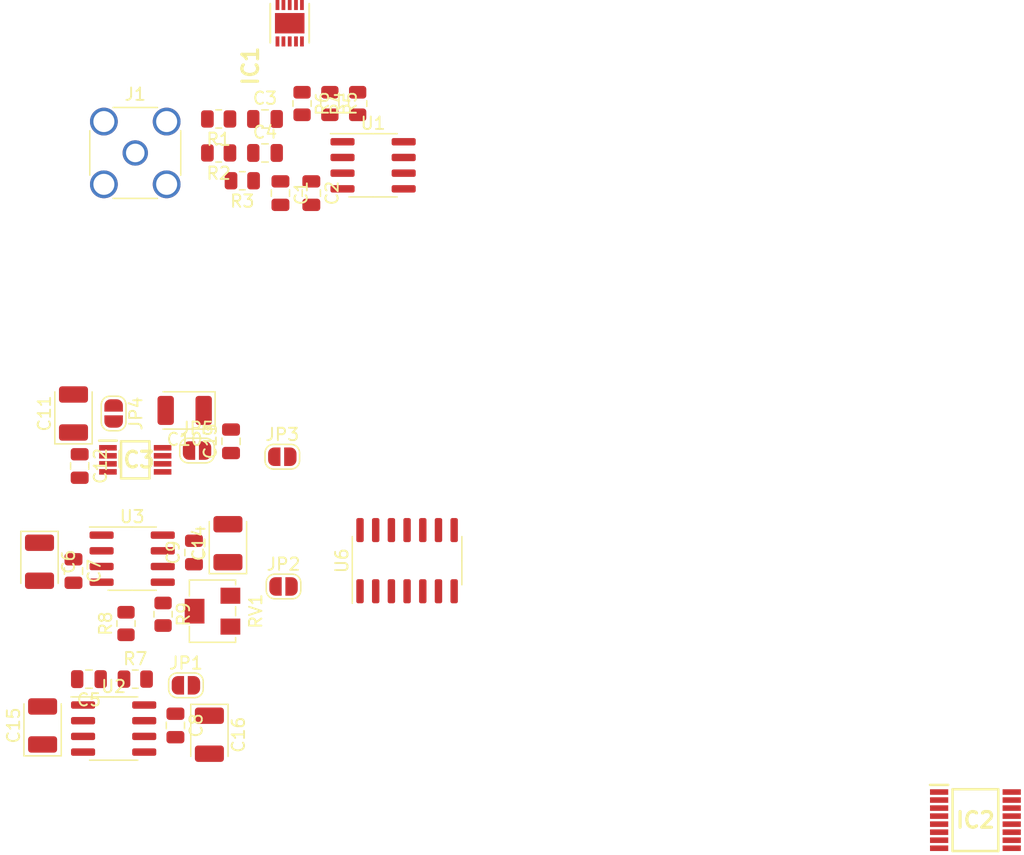
<source format=kicad_pcb>
(kicad_pcb (version 20211014) (generator pcbnew)
  (layers (0 "F.Cu" signal) (31 "B.Cu" signal) (34 "B.Paste" user) (35 "F.Paste" user) (36 "B.SilkS" user "B.Silkscreen") (37 "F.SilkS" user "F.Silkscreen") (38 "B.Mask" user) (39 "F.Mask" user) (44 "Edge.Cuts" user))
  (net 0 "")
  (net 1 "Net-(C1-Pad1)")
  (net 2 "GNDA")
  (net 3 "Net-(C3-Pad1)")
  (net 4 "Net-(C3-Pad2)")
  (net 5 "+5VA")
  (net 12 "Net-(J1-Pad1)")
  (net 13 "Net-(R4-Pad1)")
  (net 14 "Net-(R5-Pad1)")
  (net 20 "Net-(C8-Pad1)")
  (net 21 "Vref")
  (net 38 "Net-(R8-Pad1)")
  (net 39 "Net-(R9-Pad1)")
  (net 40 "Net-(R9-Pad2)")
  (net 53 "Net-(C9-Pad1)")
  (net 54 "Net-(IC3-Pad7)")
  (net 55 "Net-(IC3-Pad1)")
  (net 56 "Net-(C10-Pad1)")
  (footprint "Resistor_SMD:R_0805_2012Metric" (layer "F.Cu") (at 176.5 106.5 90)
    (fp_text reference "R4" (at 0 -1.65 90) (layer "F.SilkS"))
    (fp_text value "1k")
    (fp_line (start -0.227064 0.735) (end 0.227064 0.735) (layer "F.SilkS") (width 0.12))
    (fp_line (start -0.227064 -0.735) (end 0.227064 -0.735) (layer "F.SilkS") (width 0.12))
    (pad "1" smd roundrect (at -0.9125 0 90) (size 1.025 1.4) (layers "F.Cu" "F.Paste" "F.Mask") (roundrect_rratio 0.243902) (net 13 "Net-(R4-Pad1)"))
    (pad "2" smd roundrect (at 0.9125 0 90) (size 1.025 1.4) (layers "F.Cu" "F.Paste" "F.Mask") (roundrect_rratio 0.243902) (net 2 "GNDA"))
  )
  (footprint "Package_SO:SOIC-14_3.9x8.7mm_P1.27mm" (layer "F.Cu") (at 180.5 143.5 90)
    (fp_text reference "U6" (at 0 -5.28 90) (layer "F.SilkS"))
    (fp_text value "MAX5719xSD")
    (fp_line (start 0 4.435) (end -1.95 4.435) (layer "F.SilkS") (width 0.12))
    (fp_line (start 0 -4.435) (end -3.45 -4.435) (layer "F.SilkS") (width 0.12))
    (fp_line (start 0 -4.435) (end 1.95 -4.435) (layer "F.SilkS") (width 0.12))
    (fp_line (start 0 4.435) (end 1.95 4.435) (layer "F.SilkS") (width 0.12))
    (pad "1" smd roundrect (at -2.475 -3.81 90) (size 1.95 0.6) (layers "F.Cu" "F.Paste" "F.Mask"))
    (pad "2" smd roundrect (at -2.475 -2.54 90) (size 1.95 0.6) (layers "F.Cu" "F.Paste" "F.Mask"))
    (pad "3" smd roundrect (at -2.475 -1.27 90) (size 1.95 0.6) (layers "F.Cu" "F.Paste" "F.Mask") (net 2 "GNDA"))
    (pad "4" smd roundrect (at -2.475 0 90) (size 1.95 0.6) (layers "F.Cu" "F.Paste" "F.Mask") (net 2 "GNDA"))
    (pad "5" smd roundrect (at -2.475 1.27 90) (size 1.95 0.6) (layers "F.Cu" "F.Paste" "F.Mask") (net 21 "Vref"))
    (pad "6" smd roundrect (at -2.475 2.54 90) (size 1.95 0.6) (layers "F.Cu" "F.Paste" "F.Mask") (net 21 "Vref"))
    (pad "7" smd roundrect (at -2.475 3.81 90) (size 1.95 0.6) (layers "F.Cu" "F.Paste" "F.Mask"))
    (pad "8" smd roundrect (at 2.475 3.81 90) (size 1.95 0.6) (layers "F.Cu" "F.Paste" "F.Mask"))
    (pad "9" smd roundrect (at 2.475 2.54 90) (size 1.95 0.6) (layers "F.Cu" "F.Paste" "F.Mask"))
    (pad "10" smd roundrect (at 2.475 1.27 90) (size 1.95 0.6) (layers "F.Cu" "F.Paste" "F.Mask"))
    (pad "11" smd roundrect (at 2.475 0 90) (size 1.95 0.6) (layers "F.Cu" "F.Paste" "F.Mask"))
    (pad "12" smd roundrect (at 2.475 -1.27 90) (size 1.95 0.6) (layers "F.Cu" "F.Paste" "F.Mask") (net 2 "GNDA"))
    (pad "13" smd roundrect (at 2.475 -2.54 90) (size 1.95 0.6) (layers "F.Cu" "F.Paste" "F.Mask"))
    (pad "14" smd roundrect (at 2.475 -3.81 90) (size 1.95 0.6) (layers "F.Cu" "F.Paste" "F.Mask") (net 5 "+5VA"))
  )
  (footprint "Resistor_SMD:R_0805_2012Metric" (layer "F.Cu") (at 160.75 147.8375 -90)
    (fp_text reference "R9" (at 0 -1.65 90) (layer "F.SilkS"))
    (fp_text value "10k")
    (fp_line (start -0.227064 -0.735) (end 0.227064 -0.735) (layer "F.SilkS") (width 0.12))
    (fp_line (start -0.227064 0.735) (end 0.227064 0.735) (layer "F.SilkS") (width 0.12))
    (pad "1" smd roundrect (at -0.9125 0 270) (size 1.025 1.4) (layers "F.Cu" "F.Paste" "F.Mask") (roundrect_rratio 0.243902) (net 39 "Net-(R9-Pad1)"))
    (pad "2" smd roundrect (at 0.9125 0 270) (size 1.025 1.4) (layers "F.Cu" "F.Paste" "F.Mask") (roundrect_rratio 0.243902) (net 40 "Net-(R9-Pad2)"))
  )
  (footprint "Capacitor_Tantalum_SMD:CP_EIA-3528-12_Kemet-T" (layer "F.Cu") (at 153.5 131.5875 90)
    (fp_text reference "C11" (at 0 -2.35 90) (layer "F.SilkS"))
    (fp_text value "C_Polarized")
    (fp_line (start -2.46 1.51) (end 1.75 1.51) (layer "F.SilkS") (width 0.12))
    (fp_line (start 1.75 -1.51) (end -2.46 -1.51) (layer "F.SilkS") (width 0.12))
    (fp_line (start -2.46 -1.51) (end -2.46 1.51) (layer "F.SilkS") (width 0.12))
    (pad "1" smd roundrect (at -1.5375 0 90) (size 1.325 2.35) (layers "F.Cu" "F.Paste" "F.Mask") (roundrect_rratio 0.188679) (net 5 "+5VA"))
    (pad "2" smd roundrect (at 1.5375 0 90) (size 1.325 2.35) (layers "F.Cu" "F.Paste" "F.Mask") (roundrect_rratio 0.188679) (net 2 "GNDA"))
  )
  (footprint "Capacitor_SMD:C_0805_2012Metric" (layer "F.Cu") (at 170.25 113.75 -90)
    (fp_text reference "C1" (at 0 -1.68 90) (layer "F.SilkS"))
    (fp_text value "1n")
    (fp_line (start -0.261252 0.735) (end 0.261252 0.735) (layer "F.SilkS") (width 0.12))
    (fp_line (start -0.261252 -0.735) (end 0.261252 -0.735) (layer "F.SilkS") (width 0.12))
    (pad "1" smd roundrect (at -0.95 0 270) (size 1 1.45) (layers "F.Cu" "F.Paste" "F.Mask") (net 1 "Net-(C1-Pad1)"))
    (pad "2" smd roundrect (at 0.95 0 270) (size 1 1.45) (layers "F.Cu" "F.Paste" "F.Mask") (net 2 "GNDA"))
  )
  (footprint "Capacitor_SMD:C_0805_2012Metric" (layer "F.Cu") (at 154 135.8375 -90)
    (fp_text reference "C12" (at 0 -1.68 90) (layer "F.SilkS"))
    (fp_text value "0.1u")
    (fp_line (start -0.261252 -0.735) (end 0.261252 -0.735) (layer "F.SilkS") (width 0.12))
    (fp_line (start -0.261252 0.735) (end 0.261252 0.735) (layer "F.SilkS") (width 0.12))
    (pad "1" smd roundrect (at -0.95 0 270) (size 1 1.45) (layers "F.Cu" "F.Paste" "F.Mask") (net 5 "+5VA"))
    (pad "2" smd roundrect (at 0.95 0 270) (size 1 1.45) (layers "F.Cu" "F.Paste" "F.Mask") (net 2 "GNDA"))
  )
  (footprint "Capacitor_SMD:C_0805_2012Metric" (layer "F.Cu") (at 169 107.75)
    (fp_text reference "C3" (at 0 -1.68) (layer "F.SilkS"))
    (fp_text value "330p")
    (fp_line (start -0.261252 0.735) (end 0.261252 0.735) (layer "F.SilkS") (width 0.12))
    (fp_line (start -0.261252 -0.735) (end 0.261252 -0.735) (layer "F.SilkS") (width 0.12))
    (pad "1" smd roundrect (at -0.95 0) (size 1 1.45) (layers "F.Cu" "F.Paste" "F.Mask") (net 3 "Net-(C3-Pad1)"))
    (pad "2" smd roundrect (at 0.95 0) (size 1 1.45) (layers "F.Cu" "F.Paste" "F.Mask") (net 4 "Net-(C3-Pad2)"))
  )
  (footprint "Capacitor_SMD:C_0805_2012Metric" (layer "F.Cu") (at 163.25 142.8375 90)
    (fp_text reference "C9" (at 0 -1.68 90) (layer "F.SilkS"))
    (fp_text value "0.1u")
    (fp_line (start -0.261252 -0.735) (end 0.261252 -0.735) (layer "F.SilkS") (width 0.12))
    (fp_line (start -0.261252 0.735) (end 0.261252 0.735) (layer "F.SilkS") (width 0.12))
    (pad "1" smd roundrect (at -0.95 0 90) (size 1 1.45) (layers "F.Cu" "F.Paste" "F.Mask") (net 53 "Net-(C9-Pad1)"))
    (pad "2" smd roundrect (at 0.95 0 90) (size 1 1.45) (layers "F.Cu" "F.Paste" "F.Mask") (net 2 "GNDA"))
  )
  (footprint "Capacitor_SMD:C_0805_2012Metric" (layer "F.Cu") (at 166.25 133.8375 90)
    (fp_text reference "C13" (at 0 -1.68 90) (layer "F.SilkS"))
    (fp_text value "0.1u")
    (fp_line (start -0.261252 -0.735) (end 0.261252 -0.735) (layer "F.SilkS") (width 0.12))
    (fp_line (start -0.261252 0.735) (end 0.261252 0.735) (layer "F.SilkS") (width 0.12))
    (pad "1" smd roundrect (at -0.95 0 90) (size 1 1.45) (layers "F.Cu" "F.Paste" "F.Mask") (net 56 "Net-(C10-Pad1)"))
    (pad "2" smd roundrect (at 0.95 0 90) (size 1 1.45) (layers "F.Cu" "F.Paste" "F.Mask") (net 2 "GNDA"))
  )
  (footprint "Package_SO:SOIC-8_3.9x4.9mm_P1.27mm" (layer "F.Cu") (at 158.25 143.3375)
    (fp_text reference "U3" (at 0 -3.4) (layer "F.SilkS"))
    (fp_text value "ADR421ARZ")
    (fp_line (start 0 -2.56) (end 1.95 -2.56) (layer "F.SilkS") (width 0.12))
    (fp_line (start 0 2.56) (end -1.95 2.56) (layer "F.SilkS") (width 0.12))
    (fp_line (start 0 2.56) (end 1.95 2.56) (layer "F.SilkS") (width 0.12))
    (fp_line (start 0 -2.56) (end -3.45 -2.56) (layer "F.SilkS") (width 0.12))
    (pad "1" smd roundrect (at -2.475 -1.905) (size 1.95 0.6) (layers "F.Cu" "F.Paste" "F.Mask"))
    (pad "2" smd roundrect (at -2.475 -0.635) (size 1.95 0.6) (layers "F.Cu" "F.Paste" "F.Mask") (net 5 "+5VA"))
    (pad "3" smd roundrect (at -2.475 0.635) (size 1.95 0.6) (layers "F.Cu" "F.Paste" "F.Mask"))
    (pad "4" smd roundrect (at -2.475 1.905) (size 1.95 0.6) (layers "F.Cu" "F.Paste" "F.Mask") (net 2 "GNDA"))
    (pad "5" smd roundrect (at 2.475 1.905) (size 1.95 0.6) (layers "F.Cu" "F.Paste" "F.Mask") (net 39 "Net-(R9-Pad1)"))
    (pad "6" smd roundrect (at 2.475 0.635) (size 1.95 0.6) (layers "F.Cu" "F.Paste" "F.Mask") (net 53 "Net-(C9-Pad1)"))
    (pad "7" smd roundrect (at 2.475 -0.635) (size 1.95 0.6) (layers "F.Cu" "F.Paste" "F.Mask"))
    (pad "8" smd roundrect (at 2.475 -1.905) (size 1.95 0.6) (layers "F.Cu" "F.Paste" "F.Mask"))
  )
  (footprint "Resistor_SMD:R_0805_2012Metric" (layer "F.Cu") (at 165.25 110.5 180)
    (fp_text reference "R2" (at 0 -1.65) (layer "F.SilkS"))
    (fp_text value "1k")
    (fp_line (start -0.227064 -0.735) (end 0.227064 -0.735) (layer "F.SilkS") (width 0.12))
    (fp_line (start -0.227064 0.735) (end 0.227064 0.735) (layer "F.SilkS") (width 0.12))
    (pad "1" smd roundrect (at -0.9125 0 180) (size 1.025 1.4) (layers "F.Cu" "F.Paste" "F.Mask") (roundrect_rratio 0.243902) (net 3 "Net-(C3-Pad1)"))
    (pad "2" smd roundrect (at 0.9125 0 180) (size 1.025 1.4) (layers "F.Cu" "F.Paste" "F.Mask") (roundrect_rratio 0.243902) (net 12 "Net-(J1-Pad1)"))
  )
  (footprint "Capacitor_SMD:C_0805_2012Metric" (layer "F.Cu") (at 153.5 144.3375 -90)
    (fp_text reference "C7" (at 0 -1.68 90) (layer "F.SilkS"))
    (fp_text value "0.1u")
    (fp_line (start -0.261252 0.735) (end 0.261252 0.735) (layer "F.SilkS") (width 0.12))
    (fp_line (start -0.261252 -0.735) (end 0.261252 -0.735) (layer "F.SilkS") (width 0.12))
    (pad "1" smd roundrect (at -0.95 0 270) (size 1 1.45) (layers "F.Cu" "F.Paste" "F.Mask") (net 5 "+5VA"))
    (pad "2" smd roundrect (at 0.95 0 270) (size 1 1.45) (layers "F.Cu" "F.Paste" "F.Mask") (net 2 "GNDA"))
  )
  (footprint "Connector_Coaxial:SMA_Amphenol_132134_Vertical" (layer "F.Cu") (at 158.5 110.5)
    (fp_text reference "J1" (at 0 -4.75) (layer "F.SilkS"))
    (fp_text value "Conn_Coaxial")
    (fp_line (start -3.68 -1.8) (end -3.68 1.8) (layer "F.SilkS") (width 0.12))
    (fp_line (start -1.8 3.68) (end 1.8 3.68) (layer "F.SilkS") (width 0.12))
    (fp_line (start -1.8 -3.68) (end 1.8 -3.68) (layer "F.SilkS") (width 0.12))
    (fp_line (start 3.68 -1.8) (end 3.68 1.8) (layer "F.SilkS") (width 0.12))
    (pad "1" thru_hole circle (at 0 0) (size 2.05 2.05) (drill 1.5) (layers *.Cu *.Mask) (net 12 "Net-(J1-Pad1)"))
    (pad "2" thru_hole circle (at -2.54 -2.54) (size 2.25 2.25) (drill 1.7) (layers *.Cu *.Mask) (net 2 "GNDA"))
    (pad "2" thru_hole circle (at 2.54 2.54) (size 2.25 2.25) (drill 1.7) (layers *.Cu *.Mask) (net 2 "GNDA"))
    (pad "2" thru_hole circle (at -2.54 2.54) (size 2.25 2.25) (drill 1.7) (layers *.Cu *.Mask) (net 2 "GNDA"))
    (pad "2" thru_hole circle (at 2.54 -2.54) (size 2.25 2.25) (drill 1.7) (layers *.Cu *.Mask) (net 2 "GNDA"))
  )
  (footprint "Jumper:SolderJumper-2_P1.3mm_Open_RoundedPad1.0x1.5mm" (layer "F.Cu") (at 163.5 134.5875)
    (fp_text reference "JP5" (at 0 -1.8) (layer "F.SilkS"))
    (fp_text value "sjp")
    (fp_line (start -0.7 -1) (end 0.7 -1) (layer "F.SilkS") (width 0.12))
    (fp_line (start 1.4 -0.3) (end 1.4 0.3) (layer "F.SilkS") (width 0.12))
    (fp_line (start 0.7 1) (end -0.7 1) (layer "F.SilkS") (width 0.12))
    (fp_line (start -1.4 0.3) (end -1.4 -0.3) (layer "F.SilkS") (width 0.12))
    (fp_arc (start 1.4 0.3) (mid 1.194975 0.794975) (end 0.7 1) (layer "F.SilkS") (width 0.12))
    (fp_arc (start -0.7 1) (mid -1.194975 0.794975) (end -1.4 0.3) (layer "F.SilkS") (width 0.12))
    (fp_arc (start 0.7 -1) (mid 1.194975 -0.794975) (end 1.4 -0.3) (layer "F.SilkS") (width 0.12))
    (fp_arc (start -1.4 -0.3) (mid -1.194975 -0.794975) (end -0.7 -1) (layer "F.SilkS") (width 0.12))
    (pad "1" smd custom (at -0.65 0) (size 1 0.5) (layers "F.Cu" "F.Mask") (net 54 "Net-(IC3-Pad7)") (options (clearance outline) (anchor rect)) (primitives (gr_circle (center 0 0.25) (end 0.5 0.25) (width 0) (fill yes)) (gr_circle (center 0 -0.25) (end 0.5 -0.25) (width 0) (fill yes)) (gr_poly (pts (xy 0.5 0.75) (xy 0 0.75) (xy 0 -0.75) (xy 0.5 -0.75)) (width 0) (fill yes))))
    (pad "2" smd custom (at 0.65 0) (size 1 0.5) (layers "F.Cu" "F.Mask") (net 56 "Net-(C10-Pad1)") (options (clearance outline) (anchor rect)) (primitives (gr_circle (center 0 0.25) (end 0.5 0.25) (width 0) (fill yes)) (gr_circle (center 0 -0.25) (end 0.5 -0.25) (width 0) (fill yes)) (gr_poly (pts (xy 0 0.75) (xy -0.5 0.75) (xy -0.5 -0.75) (xy 0 -0.75)) (width 0) (fill yes))))
  )
  (footprint "SamacSys_Parts:SOP65P490X110-8N" (layer "F.Cu") (at 158.5 135.3375)
    (fp_text reference "IC3" (at 0 0) (layer "F.SilkS") (effects (font (size 1.27 1.27) (thickness 0.254))))
    (fp_text value "LTC6655BHMS8-4.096#PBF" hide)
    (fp_line (start -2.925 -1.55) (end -1.5 -1.55) (layer "F.SilkS") (width 0.2))
    (fp_line (start -1.15 1.5) (end -1.15 -1.5) (layer "F.SilkS") (width 0.2))
    (fp_line (start 1.15 -1.5) (end 1.15 1.5) (layer "F.SilkS") (width 0.2))
    (fp_line (start 1.15 1.5) (end -1.15 1.5) (layer "F.SilkS") (width 0.2))
    (fp_line (start -1.15 -1.5) (end 1.15 -1.5) (layer "F.SilkS") (width 0.2))
    (pad "1" smd rect locked (at -2.212 -0.975 90) (size 0.45 1.425) (layers "F.Cu" "F.Paste" "F.Mask") (net 55 "Net-(IC3-Pad1)"))
    (pad "2" smd rect locked (at -2.212 -0.325 90) (size 0.45 1.425) (layers "F.Cu" "F.Paste" "F.Mask") (net 5 "+5VA"))
    (pad "3" smd rect locked (at -2.212 0.325 90) (size 0.45 1.425) (layers "F.Cu" "F.Paste" "F.Mask") (net 2 "GNDA"))
    (pad "4" smd rect locked (at -2.212 0.975 90) (size 0.45 1.425) (layers "F.Cu" "F.Paste" "F.Mask") (net 2 "GNDA"))
    (pad "5" smd rect locked (at 2.212 0.975 90) (size 0.45 1.425) (layers "F.Cu" "F.Paste" "F.Mask") (net 2 "GNDA"))
    (pad "6" smd rect locked (at 2.212 0.325 90) (size 0.45 1.425) (layers "F.Cu" "F.Paste" "F.Mask") (net 56 "Net-(C10-Pad1)"))
    (pad "7" smd rect locked (at 2.212 -0.325 90) (size 0.45 1.425) (layers "F.Cu" "F.Paste" "F.Mask") (net 54 "Net-(IC3-Pad7)"))
    (pad "8" smd rect locked (at 2.212 -0.975 90) (size 0.45 1.425) (layers "F.Cu" "F.Paste" "F.Mask") (net 2 "GNDA"))
  )
  (footprint "Package_SO:SOIC-8_3.9x4.9mm_P1.27mm" (layer "F.Cu") (at 156.75 157.0875)
    (fp_text reference "U2" (at 0 -3.4) (layer "F.SilkS"))
    (fp_text value "LM285D-2.5")
    (fp_line (start 0 -2.56) (end 1.95 -2.56) (layer "F.SilkS") (width 0.12))
    (fp_line (start 0 -2.56) (end -3.45 -2.56) (layer "F.SilkS") (width 0.12))
    (fp_line (start 0 2.56) (end 1.95 2.56) (layer "F.SilkS") (width 0.12))
    (fp_line (start 0 2.56) (end -1.95 2.56) (layer "F.SilkS") (width 0.12))
    (pad "1" smd roundrect (at -2.475 -1.905) (size 1.95 0.6) (layers "F.Cu" "F.Paste" "F.Mask"))
    (pad "2" smd roundrect (at -2.475 -0.635) (size 1.95 0.6) (layers "F.Cu" "F.Paste" "F.Mask"))
    (pad "3" smd roundrect (at -2.475 0.635) (size 1.95 0.6) (layers "F.Cu" "F.Paste" "F.Mask"))
    (pad "4" smd roundrect (at -2.475 1.905) (size 1.95 0.6) (layers "F.Cu" "F.Paste" "F.Mask") (net 2 "GNDA"))
    (pad "5" smd roundrect (at 2.475 1.905) (size 1.95 0.6) (layers "F.Cu" "F.Paste" "F.Mask"))
    (pad "6" smd roundrect (at 2.475 0.635) (size 1.95 0.6) (layers "F.Cu" "F.Paste" "F.Mask"))
    (pad "7" smd roundrect (at 2.475 -0.635) (size 1.95 0.6) (layers "F.Cu" "F.Paste" "F.Mask"))
    (pad "8" smd roundrect (at 2.475 -1.905) (size 1.95 0.6) (layers "F.Cu" "F.Paste" "F.Mask") (net 20 "Net-(C8-Pad1)"))
  )
  (footprint "SamacSys_Parts:SOP65P640X120-16N" (layer "F.Cu") (at 226.5 164.5)
    (fp_text reference "IC2" (at 0 0) (layer "F.SilkS") (effects (font (size 1.27 1.27) (thickness 0.254))))
    (fp_text value "AD5542ABRUZ" hide)
    (fp_line (start 1.85 2.5) (end -1.85 2.5) (layer "F.SilkS") (width 0.2))
    (fp_line (start -1.85 -2.5) (end 1.85 -2.5) (layer "F.SilkS") (width 0.2))
    (fp_line (start 1.85 -2.5) (end 1.85 2.5) (layer "F.SilkS") (width 0.2))
    (fp_line (start -1.85 2.5) (end -1.85 -2.5) (layer "F.SilkS") (width 0.2))
    (fp_line (start -3.675 -2.85) (end -2.2 -2.85) (layer "F.SilkS") (width 0.2))
    (pad "1" smd rect locked (at -2.938 -2.275 90) (size 0.45 1.475) (layers "F.Cu" "F.Paste" "F.Mask"))
    (pad "2" smd rect locked (at -2.938 -1.625 90) (size 0.45 1.475) (layers "F.Cu" "F.Paste" "F.Mask"))
    (pad "3" smd rect locked (at -2.938 -0.975 90) (size 0.45 1.475) (layers "F.Cu" "F.Paste" "F.Mask"))
    (pad "4" smd rect locked (at -2.938 -0.325 90) (size 0.45 1.475) (layers "F.Cu" "F.Paste" "F.Mask"))
    (pad "5" smd rect locked (at -2.938 0.325 90) (size 0.45 1.475) (layers "F.Cu" "F.Paste" "F.Mask"))
    (pad "6" smd rect locked (at -2.938 0.975 90) (size 0.45 1.475) (layers "F.Cu" "F.Paste" "F.Mask"))
    (pad "7" smd rect locked (at -2.938 1.625 90) (size 0.45 1.475) (layers "F.Cu" "F.Paste" "F.Mask"))
    (pad "8" smd rect locked (at -2.938 2.275 90) (size 0.45 1.475) (layers "F.Cu" "F.Paste" "F.Mask"))
    (pad "9" smd rect locked (at 2.938 2.275 90) (size 0.45 1.475) (layers "F.Cu" "F.Paste" "F.Mask"))
    (pad "10" smd rect locked (at 2.938 1.625 90) (size 0.45 1.475) (layers "F.Cu" "F.Paste" "F.Mask"))
    (pad "11" smd rect locked (at 2.938 0.975 90) (size 0.45 1.475) (layers "F.Cu" "F.Paste" "F.Mask"))
    (pad "12" smd rect locked (at 2.938 0.325 90) (size 0.45 1.475) (layers "F.Cu" "F.Paste" "F.Mask"))
    (pad "13" smd rect locked (at 2.938 -0.325 90) (size 0.45 1.475) (layers "F.Cu" "F.Paste" "F.Mask"))
    (pad "14" smd rect locked (at 2.938 -0.975 90) (size 0.45 1.475) (layers "F.Cu" "F.Paste" "F.Mask"))
    (pad "15" smd rect locked (at 2.938 -1.625 90) (size 0.45 1.475) (layers "F.Cu" "F.Paste" "F.Mask"))
    (pad "16" smd rect locked (at 2.938 -2.275 90) (size 0.45 1.475) (layers "F.Cu" "F.Paste" "F.Mask"))
  )
  (footprint "Package_SO:SOIC-8_3.9x4.9mm_P1.27mm" (layer "F.Cu") (at 177.75 111.5)
    (fp_text reference "U1" (at 0 -3.4) (layer "F.SilkS"))
    (fp_text value "NE5532")
    (fp_line (start 0 -2.56) (end -3.45 -2.56) (layer "F.SilkS") (width 0.12))
    (fp_line (start 0 2.56) (end 1.95 2.56) (layer "F.SilkS") (width 0.12))
    (fp_line (start 0 2.56) (end -1.95 2.56) (layer "F.SilkS") (width 0.12))
    (fp_line (start 0 -2.56) (end 1.95 -2.56) (layer "F.SilkS") (width 0.12))
    (pad "1" smd roundrect (at -2.475 -1.905) (size 1.95 0.6) (layers "F.Cu" "F.Paste" "F.Mask") (net 4 "Net-(C3-Pad2)"))
    (pad "2" smd roundrect (at -2.475 -0.635) (size 1.95 0.6) (layers "F.Cu" "F.Paste" "F.Mask") (net 13 "Net-(R4-Pad1)"))
    (pad "3" smd roundrect (at -2.475 0.635) (size 1.95 0.6) (layers "F.Cu" "F.Paste" "F.Mask") (net 1 "Net-(C1-Pad1)"))
    (pad "4" smd roundrect (at -2.475 1.905) (size 1.95 0.6) (layers "F.Cu" "F.Paste" "F.Mask"))
    (pad "5" smd roundrect (at 2.475 1.905) (size 1.95 0.6) (layers "F.Cu" "F.Paste" "F.Mask"))
    (pad "6" smd roundrect (at 2.475 0.635) (size 1.95 0.6) (layers "F.Cu" "F.Paste" "F.Mask"))
    (pad "7" smd roundrect (at 2.475 -0.635) (size 1.95 0.6) (layers "F.Cu" "F.Paste" "F.Mask"))
    (pad "8" smd roundrect (at 2.475 -1.905) (size 1.95 0.6) (layers "F.Cu" "F.Paste" "F.Mask"))
  )
  (footprint "Capacitor_Tantalum_SMD:CP_EIA-3528-12_Kemet-T" (layer "F.Cu") (at 150.75 143.5875 -90)
    (fp_text reference "C6" (at 0 -2.35 90) (layer "F.SilkS"))
    (fp_text value "C_Polarized")
    (fp_line (start 1.75 -1.51) (end -2.46 -1.51) (layer "F.SilkS") (width 0.12))
    (fp_line (start -2.46 1.51) (end 1.75 1.51) (layer "F.SilkS") (width 0.12))
    (fp_line (start -2.46 -1.51) (end -2.46 1.51) (layer "F.SilkS") (width 0.12))
    (pad "1" smd roundrect (at -1.5375 0 270) (size 1.325 2.35) (layers "F.Cu" "F.Paste" "F.Mask") (roundrect_rratio 0.188679) (net 5 "+5VA"))
    (pad "2" smd roundrect (at 1.5375 0 270) (size 1.325 2.35) (layers "F.Cu" "F.Paste" "F.Mask") (roundrect_rratio 0.188679) (net 2 "GNDA"))
  )
  (footprint "Resistor_SMD:R_0805_2012Metric" (layer "F.Cu") (at 157.75 148.5875 90)
    (fp_text reference "R8" (at 0 -1.65 90) (layer "F.SilkS"))
    (fp_text value "10k")
    (fp_line (start -0.227064 0.735) (end 0.227064 0.735) (layer "F.SilkS") (width 0.12))
    (fp_line (start -0.227064 -0.735) (end 0.227064 -0.735) (layer "F.SilkS") (width 0.12))
    (pad "1" smd roundrect (at -0.9125 0 90) (size 1.025 1.4) (layers "F.Cu" "F.Paste" "F.Mask") (roundrect_rratio 0.243902) (net 38 "Net-(R8-Pad1)"))
    (pad "2" smd roundrect (at 0.9125 0 90) (size 1.025 1.4) (layers "F.Cu" "F.Paste" "F.Mask") (roundrect_rratio 0.243902) (net 2 "GNDA"))
  )
  (footprint "Resistor_SMD:R_0805_2012Metric" (layer "F.Cu") (at 165.25 107.75 180)
    (fp_text reference "R1" (at 0 -1.65) (layer "F.SilkS"))
    (fp_text value "1k")
    (fp_line (start -0.227064 0.735) (end 0.227064 0.735) (layer "F.SilkS") (width 0.12))
    (fp_line (start -0.227064 -0.735) (end 0.227064 -0.735) (layer "F.SilkS") (width 0.12))
    (pad "1" smd roundrect (at -0.9125 0 180) (size 1.025 1.4) (layers "F.Cu" "F.Paste" "F.Mask") (roundrect_rratio 0.243902) (net 3 "Net-(C3-Pad1)"))
    (pad "2" smd roundrect (at 0.9125 0 180) (size 1.025 1.4) (layers "F.Cu" "F.Paste" "F.Mask") (roundrect_rratio 0.243902) (net 21 "Vref"))
  )
  (footprint "Capacitor_Tantalum_SMD:CP_EIA-3528-12_Kemet-T" (layer "F.Cu") (at 151 156.8375 90)
    (fp_text reference "C15" (at 0 -2.35 90) (layer "F.SilkS"))
    (fp_text value "C_Polarized")
    (fp_line (start -2.46 -1.51) (end -2.46 1.51) (layer "F.SilkS") (width 0.12))
    (fp_line (start 1.75 -1.51) (end -2.46 -1.51) (layer "F.SilkS") (width 0.12))
    (fp_line (start -2.46 1.51) (end 1.75 1.51) (layer "F.SilkS") (width 0.12))
    (pad "1" smd roundrect (at -1.5375 0 90) (size 1.325 2.35) (layers "F.Cu" "F.Paste" "F.Mask") (roundrect_rratio 0.188679) (net 5 "+5VA"))
    (pad "2" smd roundrect (at 1.5375 0 90) (size 1.325 2.35) (layers "F.Cu" "F.Paste" "F.Mask") (roundrect_rratio 0.188679) (net 2 "GNDA"))
  )
  (footprint "Resistor_SMD:R_0805_2012Metric" (layer "F.Cu") (at 167.1625 112.75 180)
    (fp_text reference "R3" (at 0 -1.65) (layer "F.SilkS"))
    (fp_text value "2.2k")
    (fp_line (start -0.227064 0.735) (end 0.227064 0.735) (layer "F.SilkS") (width 0.12))
    (fp_line (start -0.227064 -0.735) (end 0.227064 -0.735) (layer "F.SilkS") (width 0.12))
    (pad "1" smd roundrect (at -0.9125 0 180) (size 1.025 1.4) (layers "F.Cu" "F.Paste" "F.Mask") (roundrect_rratio 0.243902) (net 1 "Net-(C1-Pad1)"))
    (pad "2" smd roundrect (at 0.9125 0 180) (size 1.025 1.4) (layers "F.Cu" "F.Paste" "F.Mask") (roundrect_rratio 0.243902) (net 3 "Net-(C3-Pad1)"))
  )
  (footprint "Capacitor_Tantalum_SMD:CP_EIA-3528-12_Kemet-T" (layer "F.Cu") (at 166 142.0875 90)
    (fp_text reference "C14" (at 0 -2.35 90) (layer "F.SilkS"))
    (fp_text value "C_Polarized")
    (fp_line (start 1.75 -1.51) (end -2.46 -1.51) (layer "F.SilkS") (width 0.12))
    (fp_line (start -2.46 1.51) (end 1.75 1.51) (layer "F.SilkS") (width 0.12))
    (fp_line (start -2.46 -1.51) (end -2.46 1.51) (layer "F.SilkS") (width 0.12))
    (pad "1" smd roundrect (at -1.5375 0 90) (size 1.325 2.35) (layers "F.Cu" "F.Paste" "F.Mask") (roundrect_rratio 0.188679) (net 53 "Net-(C9-Pad1)"))
    (pad "2" smd roundrect (at 1.5375 0 90) (size 1.325 2.35) (layers "F.Cu" "F.Paste" "F.Mask") (roundrect_rratio 0.188679) (net 2 "GNDA"))
  )
  (footprint "Jumper:SolderJumper-2_P1.3mm_Open_RoundedPad1.0x1.5mm" (layer "F.Cu") (at 162.6 153.5875)
    (fp_text reference "JP1" (at 0 -1.8) (layer "F.SilkS"))
    (fp_text value "sjp")
    (fp_line (start 1.4 -0.3) (end 1.4 0.3) (layer "F.SilkS") (width 0.12))
    (fp_line (start -1.4 0.3) (end -1.4 -0.3) (layer "F.SilkS") (width 0.12))
    (fp_line (start -0.7 -1) (end 0.7 -1) (layer "F.SilkS") (width 0.12))
    (fp_line (start 0.7 1) (end -0.7 1) (layer "F.SilkS") (width 0.12))
    (fp_arc (start -1.4 -0.3) (mid -1.194975 -0.794975) (end -0.7 -1) (layer "F.SilkS") (width 0.12))
    (fp_arc (start 0.7 -1) (mid 1.194975 -0.794975) (end 1.4 -0.3) (layer "F.SilkS") (width 0.12))
    (fp_arc (start 1.4 0.3) (mid 1.194975 0.794975) (end 0.7 1) (layer "F.SilkS") (width 0.12))
    (fp_arc (start -0.7 1) (mid -1.194975 0.794975) (end -1.4 0.3) (layer "F.SilkS") (width 0.12))
    (pad "1" smd custom (at -0.65 0) (size 1 0.5) (layers "F.Cu" "F.Mask") (net 20 "Net-(C8-Pad1)") (options (clearance outline) (anchor rect)) (primitives (gr_circle (center 0 0.25) (end 0.5 0.25) (width 0) (fill yes)) (gr_circle (center 0 -0.25) (end 0.5 -0.25) (width 0) (fill yes)) (gr_poly (pts (xy 0.5 0.75) (xy 0 0.75) (xy 0 -0.75) (xy 0.5 -0.75)) (width 0) (fill yes))))
    (pad "2" smd custom (at 0.65 0) (size 1 0.5) (layers "F.Cu" "F.Mask") (net 21 "Vref") (options (clearance outline) (anchor rect)) (primitives (gr_circle (center 0 0.25) (end 0.5 0.25) (width 0) (fill yes)) (gr_circle (center 0 -0.25) (end 0.5 -0.25) (width 0) (fill yes)) (gr_poly (pts (xy 0 0.75) (xy -0.5 0.75) (xy -0.5 -0.75) (xy 0 -0.75)) (width 0) (fill yes))))
  )
  (footprint "Capacitor_SMD:C_0805_2012Metric" (layer "F.Cu") (at 161.75 156.8375 -90)
    (fp_text reference "C8" (at 0 -1.68 90) (layer "F.SilkS"))
    (fp_text value "0.1u")
    (fp_line (start -0.261252 -0.735) (end 0.261252 -0.735) (layer "F.SilkS") (width 0.12))
    (fp_line (start -0.261252 0.735) (end 0.261252 0.735) (layer "F.SilkS") (width 0.12))
    (pad "1" smd roundrect (at -0.95 0 270) (size 1 1.45) (layers "F.Cu" "F.Paste" "F.Mask") (net 20 "Net-(C8-Pad1)"))
    (pad "2" smd roundrect (at 0.95 0 270) (size 1 1.45) (layers "F.Cu" "F.Paste" "F.Mask") (net 2 "GNDA"))
  )
  (footprint "SamacSys_Parts:SON50P300X300X100-11N" (layer "F.Cu") (at 171 100 90)
    (fp_text reference "IC1" (at -3.4544 -3.175 90) (layer "F.SilkS") (effects (font (size 1.27 1.27) (thickness 0.254))))
    (fp_text value "ADS8319IDRCT" hide)
    (fp_line (start -1.5748 1.5748) (end 1.5748 1.5748) (layer "F.SilkS") (width 0.1524))
    (fp_line (start 1.5748 -1.5748) (end -1.5748 -1.5748) (layer "F.SilkS") (width 0.1524))
    (pad "1" smd rect locked (at -1.4732 -0.9906 180) (size 0.3048 0.8128) (layers "F.Cu" "F.Paste" "F.Mask") (net 21 "Vref"))
    (pad "2" smd rect locked (at -1.4732 -0.508 180) (size 0.3048 0.8128) (layers "F.Cu" "F.Paste" "F.Mask") (net 5 "+5VA"))
    (pad "3" smd rect locked (at -1.4732 0 180) (size 0.3048 0.8128) (layers "F.Cu" "F.Paste" "F.Mask") (net 4 "Net-(C3-Pad2)"))
    (pad "4" smd rect locked (at -1.4732 0.508 180) (size 0.3048 0.8128) (layers "F.Cu" "F.Paste" "F.Mask") (net 2 "GNDA"))
    (pad "5" smd rect locked (at -1.4732 0.9906 180) (size 0.3048 0.8128) (layers "F.Cu" "F.Paste" "F.Mask") (net 2 "GNDA"))
    (pad "6" smd rect locked (at 1.4732 0.9906 180) (size 0.3048 0.8128) (layers "F.Cu" "F.Paste" "F.Mask"))
    (pad "7" smd rect locked (at 1.4732 0.508 180) (size 0.3048 0.8128) (layers "F.Cu" "F.Paste" "F.Mask"))
    (pad "8" smd rect locked (at 1.4732 0 180) (size 0.3048 0.8128) (layers "F.Cu" "F.Paste" "F.Mask"))
    (pad "9" smd rect locked (at 1.4732 -0.508 180) (size 0.3048 0.8128) (layers "F.Cu" "F.Paste" "F.Mask"))
    (pad "10" smd rect locked (at 1.4732 -0.9906 180) (size 0.3048 0.8128) (layers "F.Cu" "F.Paste" "F.Mask"))
    (pad "11" smd rect locked (at 0 0 90) (size 1.651 2.3876) (layers "F.Cu" "F.Paste" "F.Mask"))
  )
  (footprint "Resistor_SMD:R_0805_2012Metric" (layer "F.Cu") (at 172 106.5 -90)
    (fp_text reference "R6" (at 0 -1.65 90) (layer "F.SilkS"))
    (fp_text value "1k")
    (fp_line (start -0.227064 0.735) (end 0.227064 0.735) (layer "F.SilkS") (width 0.12))
    (fp_line (start -0.227064 -0.735) (end 0.227064 -0.735) (layer "F.SilkS") (width 0.12))
    (pad "1" smd roundrect (at -0.9125 0 270) (size 1.025 1.4) (layers "F.Cu" "F.Paste" "F.Mask") (roundrect_rratio 0.243902) (net 14 "Net-(R5-Pad1)"))
    (pad "2" smd roundrect (at 0.9125 0 270) (size 1.025 1.4) (layers "F.Cu" "F.Paste" "F.Mask") (roundrect_rratio 0.243902) (net 4 "Net-(C3-Pad2)"))
  )
  (footprint "Potentiometer_SMD:Potentiometer_Bourns_3224W_Vertical" (layer "F.Cu") (at 164.75 147.5875 -90)
    (fp_text reference "RV1" (at 0 -3.5 90) (layer "F.SilkS"))
    (fp_text value "dnp")
    (fp_line (start -2.52 -1.87) (end -2.14 -1.87) (layer "F.SilkS") (width 0.12))
    (fp_line (start 2.14 -1.87) (end 2.52 -1.87) (layer "F.SilkS") (width 0.12))
    (fp_line (start -0.36 -1.87) (end 0.36 -1.87) (layer "F.SilkS") (width 0.12))
    (fp_line (start 2.52 -1.87) (end 2.52 1.87) (layer "F.SilkS") (width 0.12))
    (fp_line (start -2.52 -1.87) (end -2.52 1.87) (layer "F.SilkS") (width 0.12))
    (fp_line (start 1.24 1.87) (end 2.52 1.87) (layer "F.SilkS") (width 0.12))
    (fp_line (start -2.52 1.87) (end -1.24 1.87) (layer "F.SilkS") (width 0.12))
    (pad "1" smd rect (at 1.25 -1.45 270) (size 1.3 1.6) (layers "F.Cu" "F.Paste" "F.Mask") (net 38 "Net-(R8-Pad1)"))
    (pad "2" smd rect (at 0 1.45 270) (size 2 1.6) (layers "F.Cu" "F.Paste" "F.Mask") (net 40 "Net-(R9-Pad2)"))
    (pad "3" smd rect (at -1.25 -1.45 270) (size 1.3 1.6) (layers "F.Cu" "F.Paste" "F.Mask") (net 53 "Net-(C9-Pad1)"))
  )
  (footprint "Capacitor_SMD:C_0805_2012Metric" (layer "F.Cu") (at 172.75 113.75 -90)
    (fp_text reference "C2" (at 0 -1.68 90) (layer "F.SilkS"))
    (fp_text value "330p")
    (fp_line (start -0.261252 -0.735) (end 0.261252 -0.735) (layer "F.SilkS") (width 0.12))
    (fp_line (start -0.261252 0.735) (end 0.261252 0.735) (layer "F.SilkS") (width 0.12))
    (pad "1" smd roundrect (at -0.95 0 270) (size 1 1.45) (layers "F.Cu" "F.Paste" "F.Mask") (net 1 "Net-(C1-Pad1)"))
    (pad "2" smd roundrect (at 0.95 0 270) (size 1 1.45) (layers "F.Cu" "F.Paste" "F.Mask") (net 2 "GNDA"))
  )
  (footprint "Resistor_SMD:R_0805_2012Metric" (layer "F.Cu") (at 174.25 106.5 -90)
    (fp_text reference "R5" (at 0 -1.65 90) (layer "F.SilkS"))
    (fp_text value "1k")
    (fp_line (start -0.227064 0.735) (end 0.227064 0.735) (layer "F.SilkS") (width 0.12))
    (fp_line (start -0.227064 -0.735) (end 0.227064 -0.735) (layer "F.SilkS") (width 0.12))
    (pad "1" smd roundrect (at -0.9125 0 270) (size 1.025 1.4) (layers "F.Cu" "F.Paste" "F.Mask") (roundrect_rratio 0.243902) (net 14 "Net-(R5-Pad1)"))
    (pad "2" smd roundrect (at 0.9125 0 270) (size 1.025 1.4) (layers "F.Cu" "F.Paste" "F.Mask") (roundrect_rratio 0.243902) (net 13 "Net-(R4-Pad1)"))
  )
  (footprint "Capacitor_Tantalum_SMD:CP_EIA-3528-12_Kemet-T" (layer "F.Cu") (at 164.5 157.5875 -90)
    (fp_text reference "C16" (at 0 -2.35 90) (layer "F.SilkS"))
    (fp_text value "C_Polarized")
    (fp_line (start -2.46 1.51) (end 1.75 1.51) (layer "F.SilkS") (width 0.12))
    (fp_line (start 1.75 -1.51) (end -2.46 -1.51) (layer "F.SilkS") (width 0.12))
    (fp_line (start -2.46 -1.51) (end -2.46 1.51) (layer "F.SilkS") (width 0.12))
    (pad "1" smd roundrect (at -1.5375 0 270) (size 1.325 2.35) (layers "F.Cu" "F.Paste" "F.Mask") (roundrect_rratio 0.188679) (net 20 "Net-(C8-Pad1)"))
    (pad "2" smd roundrect (at 1.5375 0 270) (size 1.325 2.35) (layers "F.Cu" "F.Paste" "F.Mask") (roundrect_rratio 0.188679) (net 2 "GNDA"))
  )
  (footprint "Jumper:SolderJumper-2_P1.3mm_Open_RoundedPad1.0x1.5mm" (layer "F.Cu") (at 156.75 131.5875 -90)
    (fp_text reference "JP4" (at 0 -1.8 90) (layer "F.SilkS"))
    (fp_text value "sjp")
    (fp_line (start 0.7 1) (end -0.7 1) (layer "F.SilkS") (width 0.12))
    (fp_line (start -0.7 -1) (end 0.7 -1) (layer "F.SilkS") (width 0.12))
    (fp_line (start 1.4 -0.3) (end 1.4 0.3) (layer "F.SilkS") (width 0.12))
    (fp_line (start -1.4 0.3) (end -1.4 -0.3) (layer "F.SilkS") (width 0.12))
    (fp_arc (start -0.7 1) (mid -1.194975 0.794975) (end -1.4 0.3) (layer "F.SilkS") (width 0.12))
    (fp_arc (start 1.4 0.3) (mid 1.194975 0.794975) (end 0.7 1) (layer "F.SilkS") (width 0.12))
    (fp_arc (start 0.7 -1) (mid 1.194975 -0.794975) (end 1.4 -0.3) (layer "F.SilkS") (width 0.12))
    (fp_arc (start -1.4 -0.3) (mid -1.194975 -0.794975) (end -0.7 -1) (layer "F.SilkS") (width 0.12))
    (pad "1" smd custom (at -0.65 0 270) (size 1 0.5) (layers "F.Cu" "F.Mask") (net 5 "+5VA") (options (clearance outline) (anchor rect)) (primitives (gr_circle (center 0 0.25) (end 0.5 0.25) (width 0) (fill yes)) (gr_circle (center 0 -0.25) (end 0.5 -0.25) (width 0) (fill yes)) (gr_poly (pts (xy 0.5 0.75) (xy 0 0.75) (xy 0 -0.75) (xy 0.5 -0.75)) (width 0) (fill yes))))
    (pad "2" smd custom (at 0.65 0 270) (size 1 0.5) (layers "F.Cu" "F.Mask") (net 55 "Net-(IC3-Pad1)") (options (clearance outline) (anchor rect)) (primitives (gr_circle (center 0 0.25) (end 0.5 0.25) (width 0) (fill yes)) (gr_circle (center 0 -0.25) (end 0.5 -0.25) (width 0) (fill yes)) (gr_poly (pts (xy 0 0.75) (xy -0.5 0.75) (xy -0.5 -0.75) (xy 0 -0.75)) (width 0) (fill yes))))
  )
  (footprint "Jumper:SolderJumper-2_P1.3mm_Open_RoundedPad1.0x1.5mm" (layer "F.Cu") (at 170.5 145.5875)
    (fp_text reference "JP2" (at 0 -1.8) (layer "F.SilkS"))
    (fp_text value "sjp")
    (fp_line (start 0.7 1) (end -0.7 1) (layer "F.SilkS") (width 0.12))
    (fp_line (start -0.7 -1) (end 0.7 -1) (layer "F.SilkS") (width 0.12))
    (fp_line (start -1.4 0.3) (end -1.4 -0.3) (layer "F.SilkS") (width 0.12))
    (fp_line (start 1.4 -0.3) (end 1.4 0.3) (layer "F.SilkS") (width 0.12))
    (fp_arc (start -0.7 1) (mid -1.194975 0.794975) (end -1.4 0.3) (layer "F.SilkS") (width 0.12))
    (fp_arc (start -1.4 -0.3) (mid -1.194975 -0.794975) (end -0.7 -1) (layer "F.SilkS") (width 0.12))
    (fp_arc (start 1.4 0.3) (mid 1.194975 0.794975) (end 0.7 1) (layer "F.SilkS") (width 0.12))
    (fp_arc (start 0.7 -1) (mid 1.194975 -0.794975) (end 1.4 -0.3) (layer "F.SilkS") (width 0.12))
    (pad "1" smd custom (at -0.65 0) (size 1 0.5) (layers "F.Cu" "F.Mask") (net 53 "Net-(C9-Pad1)") (options (clearance outline) (anchor rect)) (primitives (gr_circle (center 0 0.25) (end 0.5 0.25) (width 0) (fill yes)) (gr_circle (center 0 -0.25) (end 0.5 -0.25) (width 0) (fill yes)) (gr_poly (pts (xy 0.5 0.75) (xy 0 0.75) (xy 0 -0.75) (xy 0.5 -0.75)) (width 0) (fill yes))))
    (pad "2" smd custom (at 0.65 0) (size 1 0.5) (layers "F.Cu" "F.Mask") (net 21 "Vref") (options (clearance outline) (anchor rect)) (primitives (gr_circle (center 0 0.25) (end 0.5 0.25) (width 0) (fill yes)) (gr_circle (center 0 -0.25) (end 0.5 -0.25) (width 0) (fill yes)) (gr_poly (pts (xy 0 0.75) (xy -0.5 0.75) (xy -0.5 -0.75) (xy 0 -0.75)) (width 0) (fill yes))))
  )
  (footprint "Capacitor_SMD:C_0805_2012Metric" (layer "F.Cu") (at 169 110.5)
    (fp_text reference "C4" (at 0 -1.68) (layer "F.SilkS"))
    (fp_text value "1n")
    (fp_line (start -0.261252 -0.735) (end 0.261252 -0.735) (layer "F.SilkS") (width 0.12))
    (fp_line (start -0.261252 0.735) (end 0.261252 0.735) (layer "F.SilkS") (width 0.12))
    (pad "1" smd roundrect (at -0.95 0) (size 1 1.45) (layers "F.Cu" "F.Paste" "F.Mask") (net 3 "Net-(C3-Pad1)"))
    (pad "2" smd roundrect (at 0.95 0) (size 1 1.45) (layers "F.Cu" "F.Paste" "F.Mask") (net 4 "Net-(C3-Pad2)"))
  )
  (footprint "Resistor_SMD:R_0805_2012Metric" (layer "F.Cu") (at 158.5 153.0875)
    (fp_text reference "R7" (at 0 -1.65) (layer "F.SilkS"))
    (fp_text value "330")
    (fp_line (start -0.227064 0.735) (end 0.227064 0.735) (layer "F.SilkS") (width 0.12))
    (fp_line (start -0.227064 -0.735) (end 0.227064 -0.735) (layer "F.SilkS") (width 0.12))
    (pad "1" smd roundrect (at -0.9125 0) (size 1.025 1.4) (layers "F.Cu" "F.Paste" "F.Mask") (roundrect_rratio 0.243902) (net 5 "+5VA"))
    (pad "2" smd roundrect (at 0.9125 0) (size 1.025 1.4) (layers "F.Cu" "F.Paste" "F.Mask") (roundrect_rratio 0.243902) (net 20 "Net-(C8-Pad1)"))
  )
  (footprint "Capacitor_SMD:C_0805_2012Metric" (layer "F.Cu") (at 154.75 153.0875 180)
    (fp_text reference "C5" (at 0 -1.68) (layer "F.SilkS"))
    (fp_text value "0.1u")
    (fp_line (start -0.261252 0.735) (end 0.261252 0.735) (layer "F.SilkS") (width 0.12))
    (fp_line (start -0.261252 -0.735) (end 0.261252 -0.735) (layer "F.SilkS") (width 0.12))
    (pad "1" smd roundrect (at -0.95 0 180) (size 1 1.45) (layers "F.Cu" "F.Paste" "F.Mask") (net 5 "+5VA"))
    (pad "2" smd roundrect (at 0.95 0 180) (size 1 1.45) (layers "F.Cu" "F.Paste" "F.Mask") (net 2 "GNDA"))
  )
  (footprint "Jumper:SolderJumper-2_P1.3mm_Open_RoundedPad1.0x1.5mm" (layer "F.Cu") (at 170.4 135.0875)
    (fp_text reference "JP3" (at 0 -1.8) (layer "F.SilkS"))
    (fp_text value "sjp")
    (fp_line (start -1.4 0.3) (end -1.4 -0.3) (layer "F.SilkS") (width 0.12))
    (fp_line (start 1.4 -0.3) (end 1.4 0.3) (layer "F.SilkS") (width 0.12))
    (fp_line (start 0.7 1) (end -0.7 1) (layer "F.SilkS") (width 0.12))
    (fp_line (start -0.7 -1) (end 0.7 -1) (layer "F.SilkS") (width 0.12))
    (fp_arc (start -0.7 1) (mid -1.194975 0.794975) (end -1.4 0.3) (layer "F.SilkS") (width 0.12))
    (fp_arc (start 0.7 -1) (mid 1.194975 -0.794975) (end 1.4 -0.3) (layer "F.SilkS") (width 0.12))
    (fp_arc (start 1.4 0.3) (mid 1.194975 0.794975) (end 0.7 1) (layer "F.SilkS") (width 0.12))
    (fp_arc (start -1.4 -0.3) (mid -1.194975 -0.794975) (end -0.7 -1) (layer "F.SilkS") (width 0.12))
    (pad "1" smd custom (at -0.65 0) (size 1 0.5) (layers "F.Cu" "F.Mask") (net 56 "Net-(C10-Pad1)") (options (clearance outline) (anchor rect)) (primitives (gr_circle (center 0 0.25) (end 0.5 0.25) (width 0) (fill yes)) (gr_circle (center 0 -0.25) (end 0.5 -0.25) (width 0) (fill yes)) (gr_poly (pts (xy 0.5 0.75) (xy 0 0.75) (xy 0 -0.75) (xy 0.5 -0.75)) (width 0) (fill yes))))
    (pad "2" smd custom (at 0.65 0) (size 1 0.5) (layers "F.Cu" "F.Mask") (net 21 "Vref") (options (clearance outline) (anchor rect)) (primitives (gr_circle (center 0 0.25) (end 0.5 0.25) (width 0) (fill yes)) (gr_circle (center 0 -0.25) (end 0.5 -0.25) (width 0) (fill yes)) (gr_poly (pts (xy 0 0.75) (xy -0.5 0.75) (xy -0.5 -0.75) (xy 0 -0.75)) (width 0) (fill yes))))
  )
  (footprint "Capacitor_Tantalum_SMD:CP_EIA-3528-12_Kemet-T" (layer "F.Cu") (at 162.5 131.3375 180)
    (fp_text reference "C10" (at 0 -2.35) (layer "F.SilkS"))
    (fp_text value "C_Polarized")
    (fp_line (start -2.46 1.51) (end 1.75 1.51) (layer "F.SilkS") (width 0.12))
    (fp_line (start 1.75 -1.51) (end -2.46 -1.51) (layer "F.SilkS") (width 0.12))
    (fp_line (start -2.46 -1.51) (end -2.46 1.51) (layer "F.SilkS") (width 0.12))
    (pad "1" smd roundrect (at -1.5375 0 180) (size 1.325 2.35) (layers "F.Cu" "F.Paste" "F.Mask") (roundrect_rratio 0.188679) (net 56 "Net-(C10-Pad1)"))
    (pad "2" smd roundrect (at 1.5375 0 180) (size 1.325 2.35) (layers "F.Cu" "F.Paste" "F.Mask") (roundrect_rratio 0.188679) (net 2 "GNDA"))
  )
)
</source>
